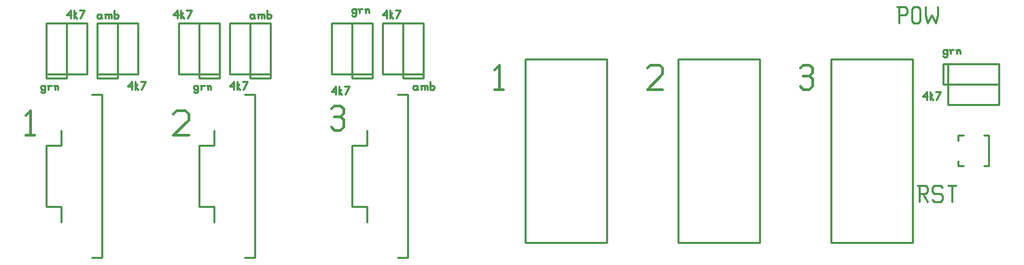
<source format=gbr>
G04 start of page 8 for group -4079 idx -4079 *
G04 Title: (unknown), topsilk *
G04 Creator: pcb 4.2.2 *
G04 CreationDate: Tue May 11 21:17:39 2021 UTC *
G04 For: thomasc *
G04 Format: Gerber/RS-274X *
G04 PCB-Dimensions (mil): 5250.00 1500.00 *
G04 PCB-Coordinate-Origin: lower left *
%MOIN*%
%FSLAX25Y25*%
%LNTOPSILK*%
%ADD52C,0.0120*%
%ADD51C,0.0100*%
G54D51*X45000Y100000D02*Y98000D01*
X55000D01*
Y100000D01*
X70000D02*Y98000D01*
X80000D01*
Y100000D01*
X120000D02*Y98000D01*
X130000D01*
Y100000D01*
X195000D02*Y98000D01*
X205000D01*
Y100000D01*
X220000D02*Y98000D01*
X230000D01*
Y100000D01*
X487500Y105000D02*X485000D01*
Y95000D01*
X487500D01*
X145000Y100000D02*Y98000D01*
X155000D01*
Y100000D01*
X135000Y94000D02*X137000Y96500D01*
X135000Y94000D02*X137500D01*
X137000Y96500D02*Y92500D01*
X138700Y96500D02*Y92500D01*
Y94000D02*X140200Y92500D01*
X138700Y94000D02*X139700Y95000D01*
X141900Y92500D02*X143900Y96500D01*
X141400D02*X143900D01*
X107500Y129000D02*X109500Y131500D01*
X107500Y129000D02*X110000D01*
X109500Y131500D02*Y127500D01*
X111200Y131500D02*Y127500D01*
Y129000D02*X112700Y127500D01*
X111200Y129000D02*X112200Y130000D01*
X114400Y127500D02*X116400Y131500D01*
X113900D02*X116400D01*
X85000Y94000D02*X87000Y96500D01*
X85000Y94000D02*X87500D01*
X87000Y96500D02*Y92500D01*
X88700Y96500D02*Y92500D01*
Y94000D02*X90200Y92500D01*
X88700Y94000D02*X89700Y95000D01*
X91900Y92500D02*X93900Y96500D01*
X91400D02*X93900D01*
X119000Y94500D02*X119500Y94000D01*
X118000Y94500D02*X119000D01*
X117500Y94000D02*X118000Y94500D01*
X117500Y94000D02*Y93000D01*
X118000Y92500D01*
X119000D01*
X119500Y93000D01*
X117500Y91500D02*X118000Y91000D01*
X119000D01*
X119500Y91500D01*
Y94500D02*Y91500D01*
X121200Y94000D02*Y92500D01*
Y94000D02*X121700Y94500D01*
X122700D01*
X120700D02*X121200Y94000D01*
X124400D02*Y92500D01*
Y94000D02*X124900Y94500D01*
X125400D01*
X125900Y94000D01*
Y92500D01*
X123900Y94500D02*X124400Y94000D01*
G54D52*X107500Y80500D02*X109000Y82000D01*
X113500D01*
X115000Y80500D01*
Y77500D01*
X107500Y70000D02*X115000Y77500D01*
X107500Y70000D02*X115000D01*
G54D51*X55000Y129000D02*X57000Y131500D01*
X55000Y129000D02*X57500D01*
X57000Y131500D02*Y127500D01*
X58700Y131500D02*Y127500D01*
Y129000D02*X60200Y127500D01*
X58700Y129000D02*X59700Y130000D01*
X61900Y127500D02*X63900Y131500D01*
X61400D02*X63900D01*
X44000Y94500D02*X44500Y94000D01*
X43000Y94500D02*X44000D01*
X42500Y94000D02*X43000Y94500D01*
X42500Y94000D02*Y93000D01*
X43000Y92500D01*
X44000D01*
X44500Y93000D01*
X42500Y91500D02*X43000Y91000D01*
X44000D01*
X44500Y91500D01*
Y94500D02*Y91500D01*
X46200Y94000D02*Y92500D01*
Y94000D02*X46700Y94500D01*
X47700D01*
X45700D02*X46200Y94000D01*
X49400D02*Y92500D01*
Y94000D02*X49900Y94500D01*
X50400D01*
X50900Y94000D01*
Y92500D01*
X48900Y94500D02*X49400Y94000D01*
X71500Y129500D02*X72000Y129000D01*
X70500Y129500D02*X71500D01*
X70000Y129000D02*X70500Y129500D01*
X70000Y129000D02*Y128000D01*
X70500Y127500D01*
X72000Y129500D02*Y128000D01*
X72500Y127500D01*
X70500D02*X71500D01*
X72000Y128000D01*
X74200Y129000D02*Y127500D01*
Y129000D02*X74700Y129500D01*
X75200D01*
X75700Y129000D01*
Y127500D01*
Y129000D02*X76200Y129500D01*
X76700D01*
X77200Y129000D01*
Y127500D01*
X73700Y129500D02*X74200Y129000D01*
X78400Y131500D02*Y127500D01*
Y128000D02*X78900Y127500D01*
X79900D01*
X80400Y128000D01*
Y129000D02*Y128000D01*
X79900Y129500D02*X80400Y129000D01*
X78900Y129500D02*X79900D01*
X78400Y129000D02*X78900Y129500D01*
G54D52*X35000Y79600D02*X37400Y82000D01*
Y70000D01*
X35000D02*X39500D01*
G54D51*X146500Y129500D02*X147000Y129000D01*
X145500Y129500D02*X146500D01*
X145000Y129000D02*X145500Y129500D01*
X145000Y129000D02*Y128000D01*
X145500Y127500D01*
X147000Y129500D02*Y128000D01*
X147500Y127500D01*
X145500D02*X146500D01*
X147000Y128000D01*
X149200Y129000D02*Y127500D01*
Y129000D02*X149700Y129500D01*
X150200D01*
X150700Y129000D01*
Y127500D01*
Y129000D02*X151200Y129500D01*
X151700D01*
X152200Y129000D01*
Y127500D01*
X148700Y129500D02*X149200Y129000D01*
X153400Y131500D02*Y127500D01*
Y128000D02*X153900Y127500D01*
X154900D01*
X155400Y128000D01*
Y129000D02*Y128000D01*
X154900Y129500D02*X155400Y129000D01*
X153900Y129500D02*X154900D01*
X153400Y129000D02*X153900Y129500D01*
X185000Y91500D02*X187000Y94000D01*
X185000Y91500D02*X187500D01*
X187000Y94000D02*Y90000D01*
X188700Y94000D02*Y90000D01*
Y91500D02*X190200Y90000D01*
X188700Y91500D02*X189700Y92500D01*
X191900Y90000D02*X193900Y94000D01*
X191400D02*X193900D01*
X226500Y94500D02*X227000Y94000D01*
X225500Y94500D02*X226500D01*
X225000Y94000D02*X225500Y94500D01*
X225000Y94000D02*Y93000D01*
X225500Y92500D01*
X227000Y94500D02*Y93000D01*
X227500Y92500D01*
X225500D02*X226500D01*
X227000Y93000D01*
X229200Y94000D02*Y92500D01*
Y94000D02*X229700Y94500D01*
X230200D01*
X230700Y94000D01*
Y92500D01*
Y94000D02*X231200Y94500D01*
X231700D01*
X232200Y94000D01*
Y92500D01*
X228700Y94500D02*X229200Y94000D01*
X233400Y96500D02*Y92500D01*
Y93000D02*X233900Y92500D01*
X234900D01*
X235400Y93000D01*
Y94000D02*Y93000D01*
X234900Y94500D02*X235400Y94000D01*
X233900Y94500D02*X234900D01*
X233400Y94000D02*X233900Y94500D01*
G54D52*X185000Y83000D02*X186500Y84500D01*
X189500D01*
X191000Y83000D01*
X189500Y72500D02*X191000Y74000D01*
X186500Y72500D02*X189500D01*
X185000Y74000D02*X186500Y72500D01*
Y79100D02*X189500D01*
X191000Y83000D02*Y80600D01*
Y77600D02*Y74000D01*
Y77600D02*X189500Y79100D01*
X191000Y80600D02*X189500Y79100D01*
X265000Y102100D02*X267400Y104500D01*
Y92500D01*
X265000D02*X269500D01*
X340000Y103000D02*X341500Y104500D01*
X346000D01*
X347500Y103000D01*
Y100000D01*
X340000Y92500D02*X347500Y100000D01*
X340000Y92500D02*X347500D01*
G54D51*X475000Y89000D02*X477000Y91500D01*
X475000Y89000D02*X477500D01*
X477000Y91500D02*Y87500D01*
X478700Y91500D02*Y87500D01*
Y89000D02*X480200Y87500D01*
X478700Y89000D02*X479700Y90000D01*
X481900Y87500D02*X483900Y91500D01*
X481400D02*X483900D01*
X486500Y112000D02*X487000Y111500D01*
X485500Y112000D02*X486500D01*
X485000Y111500D02*X485500Y112000D01*
X485000Y111500D02*Y110500D01*
X485500Y110000D01*
X486500D01*
X487000Y110500D01*
X485000Y109000D02*X485500Y108500D01*
X486500D01*
X487000Y109000D01*
Y112000D02*Y109000D01*
X488700Y111500D02*Y110000D01*
Y111500D02*X489200Y112000D01*
X490200D01*
X488200D02*X488700Y111500D01*
X491900D02*Y110000D01*
Y111500D02*X492400Y112000D01*
X492900D01*
X493400Y111500D01*
Y110000D01*
X491400Y112000D02*X491900Y111500D01*
G54D52*X415000Y103000D02*X416500Y104500D01*
X419500D01*
X421000Y103000D01*
X419500Y92500D02*X421000Y94000D01*
X416500Y92500D02*X419500D01*
X415000Y94000D02*X416500Y92500D01*
Y99100D02*X419500D01*
X421000Y103000D02*Y100600D01*
Y97600D02*Y94000D01*
Y97600D02*X419500Y99100D01*
X421000Y100600D02*X419500Y99100D01*
G54D51*X472500Y45500D02*X476500D01*
X477500Y44500D01*
Y42500D01*
X476500Y41500D02*X477500Y42500D01*
X473500Y41500D02*X476500D01*
X473500Y45500D02*Y37500D01*
X475100Y41500D02*X477500Y37500D01*
X483900Y45500D02*X484900Y44500D01*
X480900Y45500D02*X483900D01*
X479900Y44500D02*X480900Y45500D01*
X479900Y44500D02*Y42500D01*
X480900Y41500D01*
X483900D01*
X484900Y40500D01*
Y38500D01*
X483900Y37500D02*X484900Y38500D01*
X480900Y37500D02*X483900D01*
X479900Y38500D02*X480900Y37500D01*
X487300Y45500D02*X491300D01*
X489300D02*Y37500D01*
X463500Y133000D02*Y125000D01*
X462500Y133000D02*X466500D01*
X467500Y132000D01*
Y130000D01*
X466500Y129000D02*X467500Y130000D01*
X463500Y129000D02*X466500D01*
X469900Y132000D02*Y126000D01*
Y132000D02*X470900Y133000D01*
X472900D01*
X473900Y132000D01*
Y126000D01*
X472900Y125000D02*X473900Y126000D01*
X470900Y125000D02*X472900D01*
X469900Y126000D02*X470900Y125000D01*
X476300Y133000D02*Y129000D01*
X477300Y125000D01*
X479300Y129000D01*
X481300Y125000D01*
X482300Y129000D01*
Y133000D02*Y129000D01*
X210000D02*X212000Y131500D01*
X210000Y129000D02*X212500D01*
X212000Y131500D02*Y127500D01*
X213700Y131500D02*Y127500D01*
Y129000D02*X215200Y127500D01*
X213700Y129000D02*X214700Y130000D01*
X216900Y127500D02*X218900Y131500D01*
X216400D02*X218900D01*
X196500Y132000D02*X197000Y131500D01*
X195500Y132000D02*X196500D01*
X195000Y131500D02*X195500Y132000D01*
X195000Y131500D02*Y130500D01*
X195500Y130000D01*
X196500D01*
X197000Y130500D01*
X195000Y129000D02*X195500Y128500D01*
X196500D01*
X197000Y129000D01*
Y132000D02*Y129000D01*
X198700Y131500D02*Y130000D01*
Y131500D02*X199200Y132000D01*
X200200D01*
X198200D02*X198700Y131500D01*
X201900D02*Y130000D01*
Y131500D02*X202400Y132000D01*
X202900D01*
X203400Y131500D01*
Y130000D01*
X201400Y132000D02*X201900Y131500D01*
X205000Y125000D02*Y100000D01*
X195000D02*X205000D01*
X195000Y125000D02*Y100000D01*
Y125000D02*X205000D01*
X230000D02*Y100000D01*
X220000D02*X230000D01*
X220000Y125000D02*Y100000D01*
Y125000D02*X230000D01*
X155000D02*Y100000D01*
X145000D02*X155000D01*
X145000Y125000D02*Y100000D01*
Y125000D02*X155000D01*
X210000D02*Y100000D01*
Y125000D02*X220000D01*
Y100000D01*
X210000D02*X220000D01*
X185000Y125000D02*Y100000D01*
Y125000D02*X195000D01*
Y100000D01*
X185000D02*X195000D01*
X217500Y90000D02*X222500D01*
Y10000D01*
X217500D01*
X202500Y72500D02*Y65000D01*
X195000D01*
Y35000D01*
X202500D01*
Y27500D01*
X67500Y90000D02*X72500D01*
Y10000D01*
X67500D01*
X52500Y72500D02*Y65000D01*
X45000D01*
Y35000D01*
X52500D01*
Y27500D01*
X142500Y90000D02*X147500D01*
Y10000D01*
X142500D01*
X127500Y72500D02*Y65000D01*
X120000D01*
Y35000D01*
X127500D01*
Y27500D01*
X130000Y125000D02*Y100000D01*
X120000D02*X130000D01*
X120000Y125000D02*Y100000D01*
Y125000D02*X130000D01*
X80000D02*Y100000D01*
X70000D02*X80000D01*
X70000Y125000D02*Y100000D01*
Y125000D02*X80000D01*
Y100000D01*
Y125000D02*X90000D01*
Y100000D01*
X80000D02*X90000D01*
X110000Y125000D02*Y100000D01*
Y125000D02*X120000D01*
Y100000D01*
X110000D02*X120000D01*
X135000Y125000D02*Y100000D01*
Y125000D02*X145000D01*
Y100000D01*
X135000D02*X145000D01*
X55000Y125000D02*Y100000D01*
X45000D02*X55000D01*
X45000Y125000D02*Y100000D01*
Y125000D02*X55000D01*
Y100000D01*
Y125000D02*X65000D01*
Y100000D01*
X55000D02*X65000D01*
X430000Y107500D02*X470000D01*
X430000D02*Y17500D01*
X470000D01*
Y107500D02*Y17500D01*
X505000Y70000D02*X507500D01*
Y55000D01*
X505000D02*X507500D01*
X492500D02*X495000D01*
X492500Y57500D02*Y55000D01*
Y70000D02*Y67500D01*
Y70000D02*X495000D01*
X487500Y105000D02*X512500D01*
Y95000D01*
X487500D01*
Y105000D01*
Y95000D02*X512500D01*
Y85000D01*
X487500D01*
Y95000D01*
X355000Y107500D02*X395000D01*
X355000D02*Y17500D01*
X395000D01*
Y107500D02*Y17500D01*
X280000Y107500D02*X320000D01*
X280000D02*Y17500D01*
X320000D01*
Y107500D02*Y17500D01*
M02*

</source>
